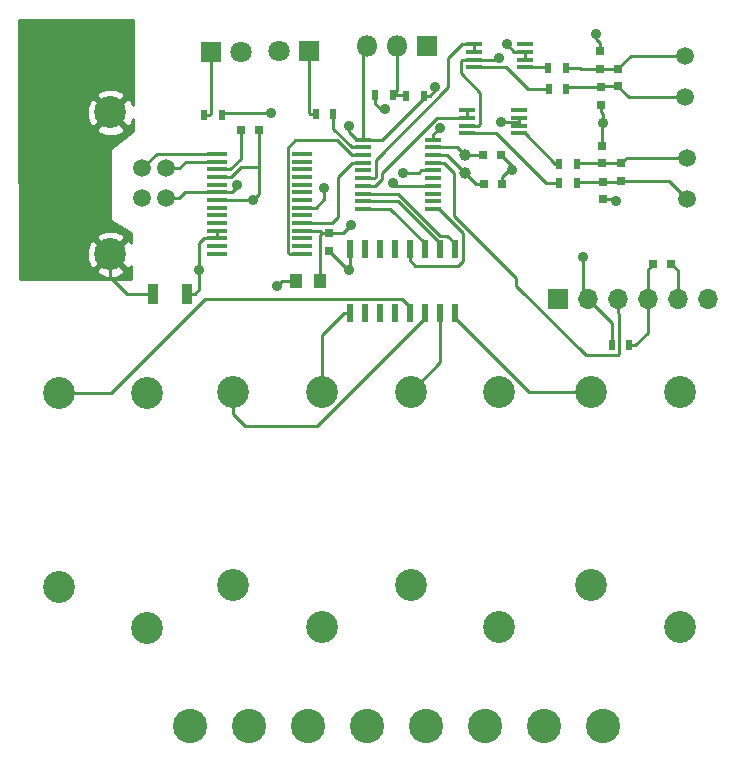
<source format=gtl>
G04 #@! TF.GenerationSoftware,KiCad,Pcbnew,(2017-01-27 revision d0c46a8)-makepkg*
G04 #@! TF.CreationDate,2017-03-06T20:45:13-05:00*
G04 #@! TF.ProjectId,reflowoven,7265666C6F776F76656E2E6B69636164,rev?*
G04 #@! TF.FileFunction,Copper,L1,Top,Signal*
G04 #@! TF.FilePolarity,Positive*
%FSLAX46Y46*%
G04 Gerber Fmt 4.6, Leading zero omitted, Abs format (unit mm)*
G04 Created by KiCad (PCBNEW (2017-01-27 revision d0c46a8)-makepkg) date 03/06/17 20:45:13*
%MOMM*%
%LPD*%
G01*
G04 APERTURE LIST*
%ADD10C,0.150000*%
%ADD11R,1.450000X0.450000*%
%ADD12R,0.600000X1.500000*%
%ADD13R,1.750000X0.450000*%
%ADD14R,0.500000X0.900000*%
%ADD15O,1.800000X1.800000*%
%ADD16R,1.800000X1.800000*%
%ADD17C,2.700000*%
%ADD18O,1.700000X1.700000*%
%ADD19R,1.700000X1.700000*%
%ADD20R,0.750000X0.800000*%
%ADD21C,1.500000*%
%ADD22C,2.900000*%
%ADD23R,0.800000X0.750000*%
%ADD24R,1.000000X1.250000*%
%ADD25C,1.800000*%
%ADD26R,0.900000X1.700000*%
%ADD27C,1.520000*%
%ADD28C,1.000000*%
%ADD29C,0.889000*%
%ADD30C,0.228600*%
%ADD31C,0.254000*%
G04 APERTURE END LIST*
D10*
D11*
X164499200Y-158412200D03*
X164499200Y-159062200D03*
X164499200Y-159712200D03*
X164499200Y-160362200D03*
X164499200Y-161012200D03*
X164499200Y-161662200D03*
X164499200Y-162312200D03*
X164499200Y-162962200D03*
X164499200Y-163612200D03*
X164499200Y-164262200D03*
X158599200Y-164262200D03*
X158599200Y-163612200D03*
X158599200Y-162962200D03*
X158599200Y-162312200D03*
X158599200Y-161662200D03*
X158599200Y-161012200D03*
X158599200Y-160362200D03*
X158599200Y-159712200D03*
X158599200Y-159062200D03*
X158599200Y-158412200D03*
D12*
X166370000Y-173040000D03*
X165100000Y-173040000D03*
X163830000Y-173040000D03*
X162560000Y-173040000D03*
X161290000Y-173040000D03*
X160020000Y-173040000D03*
X158750000Y-173040000D03*
X157480000Y-173040000D03*
X157480000Y-167640000D03*
X158750000Y-167640000D03*
X160020000Y-167640000D03*
X161290000Y-167640000D03*
X162560000Y-167640000D03*
X163830000Y-167640000D03*
X165100000Y-167640000D03*
X166370000Y-167640000D03*
D13*
X146260000Y-168055000D03*
X146260000Y-167405000D03*
X146260000Y-166755000D03*
X146260000Y-166105000D03*
X146260000Y-165455000D03*
X146260000Y-164805000D03*
X146260000Y-164155000D03*
X146260000Y-163505000D03*
X146260000Y-162855000D03*
X146260000Y-162205000D03*
X146260000Y-161555000D03*
X146260000Y-160905000D03*
X146260000Y-160255000D03*
X146260000Y-159605000D03*
X153460000Y-159605000D03*
X153460000Y-160255000D03*
X153460000Y-160905000D03*
X153460000Y-161555000D03*
X153460000Y-162205000D03*
X153460000Y-162855000D03*
X153460000Y-163505000D03*
X153460000Y-164155000D03*
X153460000Y-164805000D03*
X153460000Y-165455000D03*
X153460000Y-166105000D03*
X153460000Y-166755000D03*
X153460000Y-167405000D03*
X153460000Y-168055000D03*
D14*
X163741100Y-154673300D03*
X162241100Y-154673300D03*
D15*
X158902400Y-150469600D03*
X161442400Y-150469600D03*
D16*
X163982400Y-150469600D03*
D17*
X155083200Y-199637200D03*
X147583200Y-196137200D03*
X147583200Y-179737200D03*
X155083200Y-179737200D03*
X140325800Y-179889600D03*
X132825800Y-179889600D03*
X132825800Y-196289600D03*
X140325800Y-199789600D03*
D18*
X187756800Y-171881800D03*
X185216800Y-171881800D03*
X182676800Y-171881800D03*
X180136800Y-171881800D03*
X177596800Y-171881800D03*
D19*
X175056800Y-171881800D03*
D20*
X180467000Y-160413000D03*
X180467000Y-161913000D03*
X178677000Y-152388000D03*
X178677000Y-150888000D03*
X180187600Y-152386600D03*
X180187600Y-153886600D03*
X178714400Y-155474800D03*
X178714400Y-153974800D03*
X178841400Y-158914400D03*
X178841400Y-160414400D03*
X178866800Y-163462400D03*
X178866800Y-161962400D03*
D14*
X176695800Y-162102800D03*
X175195800Y-162102800D03*
X175195800Y-160426400D03*
X176695800Y-160426400D03*
X175769400Y-152374600D03*
X174269400Y-152374600D03*
X174306800Y-154127200D03*
X175806800Y-154127200D03*
D17*
X185410800Y-179737200D03*
X177910800Y-179737200D03*
X177910800Y-196137200D03*
X185410800Y-199637200D03*
D21*
X185978800Y-163418400D03*
X185978800Y-159918400D03*
X185851800Y-151310400D03*
X185851800Y-154810400D03*
D11*
X167386000Y-157865600D03*
X167386000Y-157215600D03*
X167386000Y-156565600D03*
X167386000Y-155915600D03*
X171786000Y-155915600D03*
X171786000Y-156565600D03*
X171786000Y-157215600D03*
X171786000Y-157865600D03*
D22*
X178902400Y-208026000D03*
X173902400Y-208026000D03*
X168902400Y-208026000D03*
X163902400Y-208026000D03*
X158902400Y-208026000D03*
X153902400Y-208026000D03*
X148902400Y-208026000D03*
X143902400Y-208026000D03*
D17*
X170120000Y-179737200D03*
X162620000Y-179737200D03*
X162620000Y-196137200D03*
X170120000Y-199637200D03*
D23*
X168820400Y-162191700D03*
X170320400Y-162191700D03*
D20*
X155727400Y-167818500D03*
X155727400Y-166318500D03*
D24*
X152911300Y-170345100D03*
X154911300Y-170345100D03*
D11*
X167944800Y-152267200D03*
X167944800Y-151617200D03*
X167944800Y-150967200D03*
X167944800Y-150317200D03*
X172344800Y-150317200D03*
X172344800Y-150967200D03*
X172344800Y-151617200D03*
X172344800Y-152267200D03*
D25*
X151434800Y-150901400D03*
D16*
X153974800Y-150901400D03*
D14*
X181140800Y-175818800D03*
X179640800Y-175818800D03*
D26*
X143690000Y-171450000D03*
X140790000Y-171450000D03*
D17*
X137209800Y-168102800D03*
X137209800Y-156102800D03*
D27*
X139909800Y-160832800D03*
X139909800Y-163372800D03*
X141909800Y-163372800D03*
X141909800Y-160832800D03*
D25*
X148285200Y-150952200D03*
D16*
X145745200Y-150952200D03*
D28*
X167182800Y-159715200D03*
X167182800Y-161215200D03*
D23*
X170282300Y-159715200D03*
X168782300Y-159715200D03*
X148246400Y-157607000D03*
X149746400Y-157607000D03*
X184671400Y-168935400D03*
X183171400Y-168935400D03*
D14*
X161100200Y-154660600D03*
X159600200Y-154660600D03*
X154583700Y-156235400D03*
X156083700Y-156235400D03*
X146622200Y-156286200D03*
X145122200Y-156286200D03*
D29*
X157594300Y-165608000D03*
X157416500Y-157276800D03*
X177190400Y-168300400D03*
X164642800Y-153949400D03*
X150825200Y-156159200D03*
X161112200Y-162052000D03*
X161950400Y-161188400D03*
X151320500Y-170751500D03*
X155321000Y-162471100D03*
X144741900Y-169418000D03*
X160422797Y-155807973D03*
X165105637Y-157430037D03*
X170281600Y-156883100D03*
X171170600Y-160985200D03*
X179971700Y-163588700D03*
X178879500Y-156972000D03*
X178308000Y-149428200D03*
X170766600Y-150342600D03*
X157378400Y-169418000D03*
X149250400Y-163499800D03*
X147916899Y-162255200D03*
X170103800Y-151447500D03*
D30*
X157594300Y-165608000D02*
X156883800Y-166318500D01*
X156883800Y-166318500D02*
X155727400Y-166318500D01*
X157416500Y-157729500D02*
X157416500Y-157276800D01*
X158599200Y-158412200D02*
X158099200Y-158412200D01*
X158099200Y-158412200D02*
X157416500Y-157729500D01*
X163741100Y-154673300D02*
X163741100Y-154873300D01*
X163741100Y-154873300D02*
X160202200Y-158412200D01*
X160202200Y-158412200D02*
X159552800Y-158412200D01*
X159552800Y-158412200D02*
X158599200Y-158412200D01*
X177190400Y-168300400D02*
X177190400Y-171475400D01*
X177190400Y-171475400D02*
X177596800Y-171881800D01*
X164604700Y-154288300D02*
X164604700Y-153987500D01*
X164604700Y-153987500D02*
X164642800Y-153949400D01*
X163741100Y-154673300D02*
X164219700Y-154673300D01*
X164219700Y-154673300D02*
X164604700Y-154288300D01*
X155123800Y-166318500D02*
X154911300Y-166531000D01*
X154911300Y-166531000D02*
X154911300Y-170345100D01*
X154563600Y-166105000D02*
X153460000Y-166105000D01*
X155727400Y-166318500D02*
X155123800Y-166318500D01*
X155123800Y-166318500D02*
X154910300Y-166105000D01*
X154910300Y-166105000D02*
X154563600Y-166105000D01*
X179640800Y-175818800D02*
X179640800Y-173925800D01*
X179640800Y-173925800D02*
X177596800Y-171881800D01*
X158599200Y-158412200D02*
X158599200Y-150772800D01*
X158599200Y-150772800D02*
X158902400Y-150469600D01*
X137209800Y-168102800D02*
X137209800Y-170011988D01*
X137209800Y-170011988D02*
X138647812Y-171450000D01*
X140111400Y-171450000D02*
X140790000Y-171450000D01*
X138647812Y-171450000D02*
X140111400Y-171450000D01*
X158599200Y-159062200D02*
X157678112Y-159062200D01*
X157678112Y-159062200D02*
X156083700Y-157467788D01*
X156083700Y-157467788D02*
X156083700Y-156914000D01*
X156083700Y-156914000D02*
X156083700Y-156235400D01*
X150825200Y-156159200D02*
X146749200Y-156159200D01*
X146749200Y-156159200D02*
X146622200Y-156286200D01*
X164499200Y-162312200D02*
X161372400Y-162312200D01*
X161372400Y-162312200D02*
X161112200Y-162052000D01*
X156404000Y-158470600D02*
X152831458Y-158470600D01*
X152216699Y-159085359D02*
X152216699Y-167924641D01*
X152831458Y-158470600D02*
X152216699Y-159085359D01*
X152216699Y-167924641D02*
X152347058Y-168055000D01*
X152347058Y-168055000D02*
X152356400Y-168055000D01*
X152356400Y-168055000D02*
X153460000Y-168055000D01*
X158599200Y-159712200D02*
X157645600Y-159712200D01*
X157645600Y-159712200D02*
X156404000Y-158470600D01*
X171577000Y-170157488D02*
X171577000Y-170764942D01*
X171577000Y-170764942D02*
X177449159Y-176637101D01*
X180259101Y-176563441D02*
X180259101Y-173206182D01*
X177449159Y-176637101D02*
X180185441Y-176637101D01*
X180185441Y-176637101D02*
X180259101Y-176563441D01*
X180259101Y-173206182D02*
X180136800Y-173083881D01*
X180136800Y-173083881D02*
X180136800Y-171881800D01*
X165452800Y-160362200D02*
X166314499Y-161223899D01*
X166314499Y-161223899D02*
X166314499Y-164894987D01*
X166314499Y-164894987D02*
X171577000Y-170157488D01*
X165452800Y-160362200D02*
X164499200Y-160362200D01*
X182676800Y-171881800D02*
X182676800Y-169430000D01*
X182676800Y-169430000D02*
X183171400Y-168935400D01*
X182676800Y-171881800D02*
X182676800Y-174761400D01*
X182676800Y-174761400D02*
X181619400Y-175818800D01*
X181619400Y-175818800D02*
X181140800Y-175818800D01*
X161950400Y-161188400D02*
X163347400Y-161188400D01*
X163347400Y-161188400D02*
X163523600Y-161012200D01*
X163523600Y-161012200D02*
X163545600Y-161012200D01*
X163545600Y-161012200D02*
X164499200Y-161012200D01*
X156438600Y-164973000D02*
X155956600Y-165455000D01*
X155956600Y-165455000D02*
X153460000Y-165455000D01*
X156438600Y-161569200D02*
X156438600Y-164973000D01*
X158599200Y-160362200D02*
X157645600Y-160362200D01*
X157645600Y-160362200D02*
X156438600Y-161569200D01*
X168782300Y-159715200D02*
X167182800Y-159715200D01*
X167182800Y-159715200D02*
X166529800Y-159062200D01*
X166529800Y-159062200D02*
X164499200Y-159062200D01*
X168820400Y-162191700D02*
X168159300Y-162191700D01*
X168159300Y-162191700D02*
X167182800Y-161215200D01*
X167182800Y-161215200D02*
X165679800Y-159712200D01*
X165679800Y-159712200D02*
X164499200Y-159712200D01*
X172344800Y-151617200D02*
X172344800Y-150967200D01*
X152911300Y-170345100D02*
X151726900Y-170345100D01*
X151726900Y-170345100D02*
X151320500Y-170751500D01*
X155727400Y-167818500D02*
X155727400Y-167843500D01*
X155727400Y-167843500D02*
X157301900Y-169418000D01*
X157301900Y-169418000D02*
X157378400Y-169418000D01*
X149746400Y-157607000D02*
X149746400Y-160718500D01*
X149746400Y-160718500D02*
X149746400Y-163003800D01*
X146260000Y-161555000D02*
X147414153Y-161555000D01*
X147414153Y-161555000D02*
X148250653Y-160718500D01*
X148250653Y-160718500D02*
X149746400Y-160718500D01*
X149746400Y-163003800D02*
X149250400Y-163499800D01*
X155321000Y-163406942D02*
X155321000Y-162471100D01*
X153460000Y-164155000D02*
X154572942Y-164155000D01*
X154572942Y-164155000D02*
X155321000Y-163406942D01*
X146260000Y-166755000D02*
X145147058Y-166755000D01*
X145147058Y-166755000D02*
X144741900Y-167160158D01*
X144741900Y-167160158D02*
X144741900Y-169418000D01*
X144741900Y-171076700D02*
X144741900Y-169418000D01*
X143690000Y-171450000D02*
X144368600Y-171450000D01*
X144368600Y-171450000D02*
X144741900Y-171076700D01*
X146260000Y-166755000D02*
X146260000Y-166105000D01*
X160128100Y-155867100D02*
X160422797Y-155807973D01*
X160299400Y-155867100D02*
X160363670Y-155867100D01*
X160363670Y-155867100D02*
X160422797Y-155807973D01*
X159600200Y-154660600D02*
X159600200Y-155339200D01*
X159600200Y-155339200D02*
X160128100Y-155867100D01*
X164499200Y-157958600D02*
X165105637Y-157430037D01*
X165066700Y-157391100D02*
X165105637Y-157430037D01*
X164499200Y-158412200D02*
X164499200Y-157958600D01*
X171786000Y-156883100D02*
X171786000Y-156565600D01*
X171786000Y-157215600D02*
X171786000Y-156883100D01*
X171786000Y-156883100D02*
X170281600Y-156883100D01*
X171170600Y-160985200D02*
X171170600Y-160603500D01*
X171170600Y-160603500D02*
X170282300Y-159715200D01*
X170923300Y-160985200D02*
X171170600Y-160985200D01*
X170320400Y-162191700D02*
X170320400Y-161588100D01*
X170320400Y-161588100D02*
X170923300Y-160985200D01*
X179845400Y-163462400D02*
X179971700Y-163588700D01*
X178866800Y-163462400D02*
X179845400Y-163462400D01*
X178841400Y-158914400D02*
X178841400Y-157010100D01*
X178841400Y-157010100D02*
X178879500Y-156972000D01*
X178879500Y-156268500D02*
X178879500Y-156972000D01*
X178714400Y-155474800D02*
X178714400Y-156103400D01*
X178714400Y-156103400D02*
X178879500Y-156268500D01*
X178308000Y-149890400D02*
X178308000Y-149428200D01*
X178677000Y-150888000D02*
X178677000Y-150259400D01*
X178677000Y-150259400D02*
X178308000Y-149890400D01*
X172344800Y-150967200D02*
X171391200Y-150967200D01*
X171391200Y-150967200D02*
X170766600Y-150342600D01*
X185216800Y-171881800D02*
X185216800Y-169480800D01*
X185216800Y-169480800D02*
X184671400Y-168935400D01*
X157480000Y-167640000D02*
X157480000Y-169316400D01*
X157480000Y-169316400D02*
X157378400Y-169418000D01*
X146260000Y-163505000D02*
X149245200Y-163505000D01*
X149245200Y-163505000D02*
X149250400Y-163499800D01*
X145745200Y-150952200D02*
X145745200Y-156141800D01*
X145745200Y-156141800D02*
X145600800Y-156286200D01*
X145600800Y-156286200D02*
X145122200Y-156286200D01*
X153974800Y-150901400D02*
X153974800Y-156105100D01*
X153974800Y-156105100D02*
X154105100Y-156235400D01*
X154105100Y-156235400D02*
X154583700Y-156235400D01*
X146260000Y-160905000D02*
X147363600Y-160905000D01*
X147363600Y-160905000D02*
X148246400Y-160022200D01*
X148246400Y-160022200D02*
X148246400Y-158210600D01*
X148246400Y-158210600D02*
X148246400Y-157607000D01*
X178714400Y-153974800D02*
X175959200Y-153974800D01*
X175959200Y-153974800D02*
X175806800Y-154127200D01*
X180187600Y-153886600D02*
X178802600Y-153886600D01*
X178802600Y-153886600D02*
X178714400Y-153974800D01*
X185851800Y-154810400D02*
X181086400Y-154810400D01*
X180187600Y-153911600D02*
X180187600Y-153886600D01*
X181086400Y-154810400D02*
X180187600Y-153911600D01*
X172344800Y-152267200D02*
X174162000Y-152267200D01*
X174162000Y-152267200D02*
X174269400Y-152374600D01*
X177012600Y-152388000D02*
X176999200Y-152374600D01*
X176999200Y-152374600D02*
X175769400Y-152374600D01*
X178677000Y-152388000D02*
X177012600Y-152388000D01*
X180187600Y-152386600D02*
X178678400Y-152386600D01*
X178678400Y-152386600D02*
X178677000Y-152388000D01*
X185851800Y-151310400D02*
X181238800Y-151310400D01*
X181238800Y-151310400D02*
X180187600Y-152361600D01*
X180187600Y-152361600D02*
X180187600Y-152386600D01*
X178841400Y-160414400D02*
X176707800Y-160414400D01*
X176707800Y-160414400D02*
X176695800Y-160426400D01*
X180467000Y-160413000D02*
X178842800Y-160413000D01*
X178842800Y-160413000D02*
X178841400Y-160414400D01*
X185978800Y-159918400D02*
X180961600Y-159918400D01*
X180961600Y-159918400D02*
X180467000Y-160413000D01*
X171786000Y-157865600D02*
X172286000Y-157865600D01*
X172286000Y-157865600D02*
X174846800Y-160426400D01*
X174846800Y-160426400D02*
X175195800Y-160426400D01*
X178866800Y-161962400D02*
X176836200Y-161962400D01*
X176836200Y-161962400D02*
X176695800Y-162102800D01*
X180467000Y-161913000D02*
X184473400Y-161913000D01*
X184473400Y-161913000D02*
X185978800Y-163418400D01*
X178866800Y-161962400D02*
X180417600Y-161962400D01*
X180417600Y-161962400D02*
X180467000Y-161913000D01*
X167386000Y-157865600D02*
X169870642Y-157865600D01*
X169870642Y-157865600D02*
X174107842Y-162102800D01*
X174107842Y-162102800D02*
X174717200Y-162102800D01*
X174717200Y-162102800D02*
X175195800Y-162102800D01*
X172567600Y-154127200D02*
X170707600Y-152267200D01*
X170707600Y-152267200D02*
X167944800Y-152267200D01*
X174306800Y-154127200D02*
X172567600Y-154127200D01*
X163003800Y-169062400D02*
X166660542Y-169062400D01*
X164999200Y-164262200D02*
X164499200Y-164262200D01*
X166660542Y-169062400D02*
X167038301Y-168684641D01*
X167038301Y-168684641D02*
X167038301Y-166301301D01*
X167038301Y-166301301D02*
X164999200Y-164262200D01*
X162560000Y-167640000D02*
X162560000Y-168618600D01*
X162560000Y-168618600D02*
X163003800Y-169062400D01*
X158599200Y-164262200D02*
X160902200Y-164262200D01*
X160902200Y-164262200D02*
X163830000Y-167190000D01*
X163830000Y-167190000D02*
X163830000Y-167640000D01*
X158599200Y-163612200D02*
X161522200Y-163612200D01*
X161522200Y-163612200D02*
X165100000Y-167190000D01*
X165100000Y-167190000D02*
X165100000Y-167640000D01*
X158599200Y-162962200D02*
X161586258Y-162962200D01*
X161586258Y-162962200D02*
X165145757Y-166521699D01*
X165145757Y-166521699D02*
X165701699Y-166521699D01*
X165701699Y-166521699D02*
X166370000Y-167190000D01*
X166370000Y-167190000D02*
X166370000Y-167640000D01*
X162560000Y-173040000D02*
X162560000Y-172590000D01*
X161891699Y-171921699D02*
X145181243Y-171921699D01*
X162560000Y-172590000D02*
X161891699Y-171921699D01*
X145181243Y-171921699D02*
X137213342Y-179889600D01*
X137213342Y-179889600D02*
X134734988Y-179889600D01*
X134734988Y-179889600D02*
X132825800Y-179889600D01*
X148562812Y-182626000D02*
X154694000Y-182626000D01*
X154694000Y-182626000D02*
X163830000Y-173490000D01*
X163830000Y-173490000D02*
X163830000Y-173040000D01*
X147583200Y-179737200D02*
X147583200Y-181646388D01*
X147583200Y-181646388D02*
X148562812Y-182626000D01*
X162620000Y-179737200D02*
X165100000Y-177257200D01*
X165100000Y-177257200D02*
X165100000Y-173040000D01*
X177910800Y-179737200D02*
X172617200Y-179737200D01*
X172617200Y-179737200D02*
X166370000Y-173490000D01*
X166370000Y-173490000D02*
X166370000Y-173040000D01*
X161100200Y-154660600D02*
X162228400Y-154660600D01*
X162228400Y-154660600D02*
X162241100Y-154673300D01*
X161442400Y-150469600D02*
X161442400Y-154318400D01*
X161442400Y-154318400D02*
X161100200Y-154660600D01*
X141909800Y-160832800D02*
X142984602Y-160832800D01*
X142984602Y-160832800D02*
X143562402Y-160255000D01*
X143562402Y-160255000D02*
X145156400Y-160255000D01*
X145156400Y-160255000D02*
X146260000Y-160255000D01*
X139909800Y-160832800D02*
X141137600Y-159605000D01*
X141137600Y-159605000D02*
X146260000Y-159605000D01*
X147482200Y-162855000D02*
X147916899Y-162420301D01*
X147916899Y-162420301D02*
X147916899Y-162255200D01*
X146260000Y-162855000D02*
X147482200Y-162855000D01*
X167944800Y-151617200D02*
X166991200Y-151617200D01*
X166851499Y-151756901D02*
X166851499Y-152786841D01*
X168479301Y-154414643D02*
X168479301Y-157085241D01*
X166991200Y-151617200D02*
X166851499Y-151756901D01*
X166851499Y-152786841D02*
X168479301Y-154414643D01*
X168479301Y-157085241D02*
X168348942Y-157215600D01*
X168348942Y-157215600D02*
X168339600Y-157215600D01*
X168339600Y-157215600D02*
X167386000Y-157215600D01*
X170103800Y-151447500D02*
X169934100Y-151617200D01*
X169934100Y-151617200D02*
X167944800Y-151617200D01*
X155083200Y-179737200D02*
X155083200Y-174908200D01*
X155083200Y-174908200D02*
X156951400Y-173040000D01*
X156951400Y-173040000D02*
X157480000Y-173040000D01*
X141909800Y-163372800D02*
X142984602Y-163372800D01*
X142984602Y-163372800D02*
X143502402Y-162855000D01*
X143502402Y-162855000D02*
X145156400Y-162855000D01*
X145156400Y-162855000D02*
X146260000Y-162855000D01*
X167386000Y-156565600D02*
X164820600Y-156565600D01*
X159594655Y-162312200D02*
X159552800Y-162312200D01*
X164820600Y-156565600D02*
X160175111Y-161211089D01*
X160175111Y-161211089D02*
X160175111Y-161731744D01*
X160175111Y-161731744D02*
X159594655Y-162312200D01*
X159552800Y-162312200D02*
X158599200Y-162312200D01*
X167386000Y-156565600D02*
X167386000Y-155915600D01*
X165811200Y-151497200D02*
X165811200Y-153966142D01*
X159562143Y-161662200D02*
X159552800Y-161662200D01*
X165811200Y-153966142D02*
X159692501Y-160084841D01*
X159692501Y-160084841D02*
X159692501Y-161531842D01*
X159692501Y-161531842D02*
X159562143Y-161662200D01*
X159552800Y-161662200D02*
X158599200Y-161662200D01*
X167944800Y-150317200D02*
X166991200Y-150317200D01*
X166991200Y-150317200D02*
X165811200Y-151497200D01*
X167944800Y-150967200D02*
X167944800Y-150317200D01*
D31*
G36*
X139115800Y-155494405D02*
X138918582Y-155018278D01*
X138615393Y-154876812D01*
X137389405Y-156102800D01*
X138615393Y-157328788D01*
X138918582Y-157187322D01*
X139115800Y-156677605D01*
X139115800Y-157671162D01*
X137235352Y-159106241D01*
X137202582Y-159143411D01*
X137185400Y-159207200D01*
X137185400Y-165201600D01*
X137195067Y-165250201D01*
X137222597Y-165291403D01*
X137247059Y-165310502D01*
X138963400Y-166340307D01*
X138963400Y-167126478D01*
X138918582Y-167018278D01*
X138615393Y-166876812D01*
X137389405Y-168102800D01*
X138615393Y-169328788D01*
X138918582Y-169187322D01*
X138963400Y-169071488D01*
X138963400Y-170205400D01*
X129514310Y-170205400D01*
X129512716Y-169508393D01*
X135983812Y-169508393D01*
X136125278Y-169811582D01*
X136861755Y-170096537D01*
X137651218Y-170077964D01*
X138294322Y-169811582D01*
X138435788Y-169508393D01*
X137209800Y-168282405D01*
X135983812Y-169508393D01*
X129512716Y-169508393D01*
X129508703Y-167754755D01*
X135216063Y-167754755D01*
X135234636Y-168544218D01*
X135501018Y-169187322D01*
X135804207Y-169328788D01*
X137030195Y-168102800D01*
X135804207Y-166876812D01*
X135501018Y-167018278D01*
X135216063Y-167754755D01*
X129508703Y-167754755D01*
X129506283Y-166697207D01*
X135983812Y-166697207D01*
X137209800Y-167923195D01*
X138435788Y-166697207D01*
X138294322Y-166394018D01*
X137557845Y-166109063D01*
X136768382Y-166127636D01*
X136125278Y-166394018D01*
X135983812Y-166697207D01*
X129506283Y-166697207D01*
X129485256Y-157508393D01*
X135983812Y-157508393D01*
X136125278Y-157811582D01*
X136861755Y-158096537D01*
X137651218Y-158077964D01*
X138294322Y-157811582D01*
X138435788Y-157508393D01*
X137209800Y-156282405D01*
X135983812Y-157508393D01*
X129485256Y-157508393D01*
X129481243Y-155754755D01*
X135216063Y-155754755D01*
X135234636Y-156544218D01*
X135501018Y-157187322D01*
X135804207Y-157328788D01*
X137030195Y-156102800D01*
X135804207Y-154876812D01*
X135501018Y-155018278D01*
X135216063Y-155754755D01*
X129481243Y-155754755D01*
X129478823Y-154697207D01*
X135983812Y-154697207D01*
X137209800Y-155923195D01*
X138435788Y-154697207D01*
X138294322Y-154394018D01*
X137557845Y-154109063D01*
X136768382Y-154127636D01*
X136125278Y-154394018D01*
X135983812Y-154697207D01*
X129478823Y-154697207D01*
X129464091Y-148259800D01*
X139115800Y-148259800D01*
X139115800Y-155494405D01*
X139115800Y-155494405D01*
G37*
X139115800Y-155494405D02*
X138918582Y-155018278D01*
X138615393Y-154876812D01*
X137389405Y-156102800D01*
X138615393Y-157328788D01*
X138918582Y-157187322D01*
X139115800Y-156677605D01*
X139115800Y-157671162D01*
X137235352Y-159106241D01*
X137202582Y-159143411D01*
X137185400Y-159207200D01*
X137185400Y-165201600D01*
X137195067Y-165250201D01*
X137222597Y-165291403D01*
X137247059Y-165310502D01*
X138963400Y-166340307D01*
X138963400Y-167126478D01*
X138918582Y-167018278D01*
X138615393Y-166876812D01*
X137389405Y-168102800D01*
X138615393Y-169328788D01*
X138918582Y-169187322D01*
X138963400Y-169071488D01*
X138963400Y-170205400D01*
X129514310Y-170205400D01*
X129512716Y-169508393D01*
X135983812Y-169508393D01*
X136125278Y-169811582D01*
X136861755Y-170096537D01*
X137651218Y-170077964D01*
X138294322Y-169811582D01*
X138435788Y-169508393D01*
X137209800Y-168282405D01*
X135983812Y-169508393D01*
X129512716Y-169508393D01*
X129508703Y-167754755D01*
X135216063Y-167754755D01*
X135234636Y-168544218D01*
X135501018Y-169187322D01*
X135804207Y-169328788D01*
X137030195Y-168102800D01*
X135804207Y-166876812D01*
X135501018Y-167018278D01*
X135216063Y-167754755D01*
X129508703Y-167754755D01*
X129506283Y-166697207D01*
X135983812Y-166697207D01*
X137209800Y-167923195D01*
X138435788Y-166697207D01*
X138294322Y-166394018D01*
X137557845Y-166109063D01*
X136768382Y-166127636D01*
X136125278Y-166394018D01*
X135983812Y-166697207D01*
X129506283Y-166697207D01*
X129485256Y-157508393D01*
X135983812Y-157508393D01*
X136125278Y-157811582D01*
X136861755Y-158096537D01*
X137651218Y-158077964D01*
X138294322Y-157811582D01*
X138435788Y-157508393D01*
X137209800Y-156282405D01*
X135983812Y-157508393D01*
X129485256Y-157508393D01*
X129481243Y-155754755D01*
X135216063Y-155754755D01*
X135234636Y-156544218D01*
X135501018Y-157187322D01*
X135804207Y-157328788D01*
X137030195Y-156102800D01*
X135804207Y-154876812D01*
X135501018Y-155018278D01*
X135216063Y-155754755D01*
X129481243Y-155754755D01*
X129478823Y-154697207D01*
X135983812Y-154697207D01*
X137209800Y-155923195D01*
X138435788Y-154697207D01*
X138294322Y-154394018D01*
X137557845Y-154109063D01*
X136768382Y-154127636D01*
X136125278Y-154394018D01*
X135983812Y-154697207D01*
X129478823Y-154697207D01*
X129464091Y-148259800D01*
X139115800Y-148259800D01*
X139115800Y-155494405D01*
M02*

</source>
